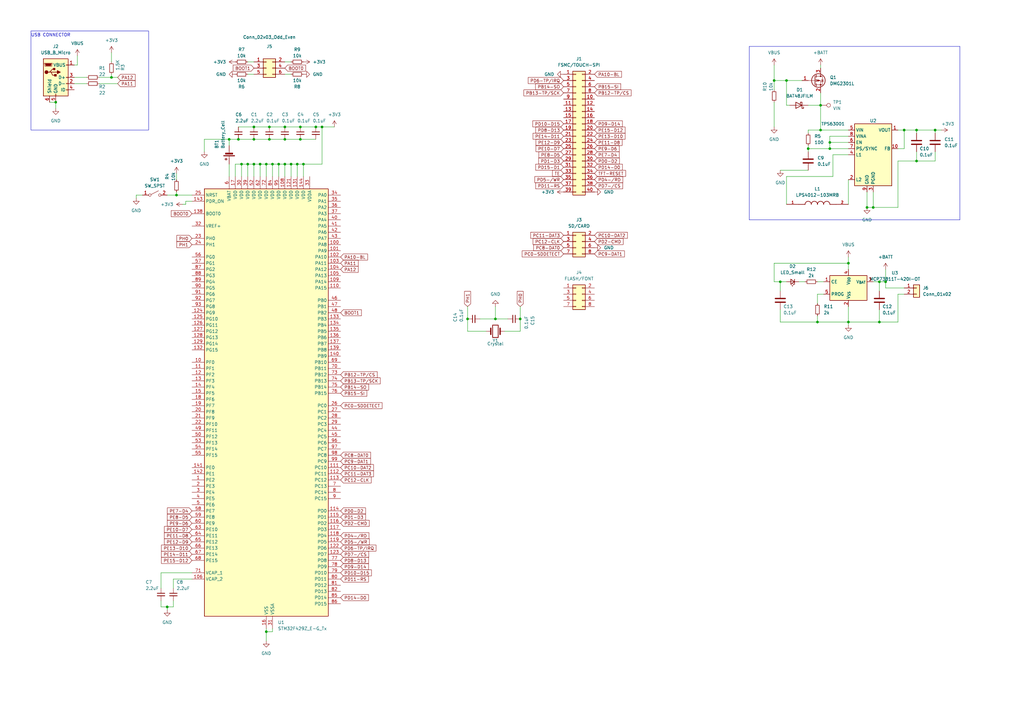
<source format=kicad_sch>
(kicad_sch (version 20230121) (generator eeschema)
  (paper "A3")
  (junction (at 121.92 67.31))
  (junction (at 360.68 132.08))
  (junction (at 347.98 107.95))
  (junction (at 104.14 52.07))
  (junction (at 317.5 33.02))
  (junction (at 45.72 31.75))
  (junction (at 101.6 67.31))
  (junction (at 363.22 115.57))
  (junction (at 110.49 52.07))
  (junction (at 336.55 53.34))
  (junction (at 116.84 52.07))
  (junction (at 320.04 115.57))
  (junction (at 340.36 60.96))
  (junction (at 355.6 85.09))
  (junction (at 110.49 57.15))
  (junction (at 109.22 67.31))
  (junction (at 104.14 67.31))
  (junction (at 123.19 57.15))
  (junction (at 213.36 130.81))
  (junction (at 331.47 60.96))
  (junction (at 119.38 67.31))
  (junction (at 336.55 43.18))
  (junction (at 106.68 67.31))
  (junction (at 322.58 33.02))
  (junction (at 68.58 248.92))
  (junction (at 375.92 66.04))
  (junction (at 93.98 57.15))
  (junction (at 191.77 130.81))
  (junction (at 358.14 85.09))
  (junction (at 132.08 52.07))
  (junction (at 203.2 130.81))
  (junction (at 347.98 132.08))
  (junction (at 383.54 53.34))
  (junction (at 335.28 132.08))
  (junction (at 129.54 52.07))
  (junction (at 97.79 57.15))
  (junction (at 124.46 67.31))
  (junction (at 370.84 53.34))
  (junction (at 123.19 52.07))
  (junction (at 375.92 53.34))
  (junction (at 340.36 58.42))
  (junction (at 111.76 67.31))
  (junction (at 109.22 259.08))
  (junction (at 72.39 80.01))
  (junction (at 22.86 41.91))
  (junction (at 116.84 67.31))
  (junction (at 114.3 67.31))
  (junction (at 360.68 115.57))
  (junction (at 104.14 57.15))
  (junction (at 116.84 57.15))
  (junction (at 99.06 67.31))
  (wire (pts (xy 375.92 66.04) (xy 368.3 66.04)))
  (wire (pts (xy 340.36 58.42) (xy 347.98 58.42)))
  (wire (pts (xy 116.84 52.07) (xy 123.19 52.07)))
  (wire (pts (xy 336.55 43.18) (xy 336.55 38.1)))
  (wire (pts (xy 109.22 67.31) (xy 109.22 72.39)))
  (wire (pts (xy 363.22 115.57) (xy 363.22 110.49)))
  (wire (pts (xy 370.84 53.34) (xy 375.92 53.34)))
  (wire (pts (xy 76.2 82.55) (xy 78.74 82.55)))
  (wire (pts (xy 383.54 66.04) (xy 375.92 66.04)))
  (wire (pts (xy 323.85 43.18) (xy 322.58 43.18)))
  (polyline (pts (xy 393.7 19.05) (xy 393.7 90.17)))
  (wire (pts (xy 68.58 248.92) (xy 68.58 250.19)))
  (wire (pts (xy 55.88 80.01) (xy 55.88 81.28)))
  (wire (pts (xy 111.76 67.31) (xy 114.3 67.31)))
  (wire (pts (xy 111.76 67.31) (xy 111.76 72.39)))
  (wire (pts (xy 320.04 132.08) (xy 335.28 132.08)))
  (wire (pts (xy 336.55 26.67) (xy 336.55 27.94)))
  (wire (pts (xy 347.98 73.66) (xy 347.98 83.82)))
  (wire (pts (xy 109.22 257.81) (xy 109.22 259.08)))
  (wire (pts (xy 45.72 21.59) (xy 45.72 25.4)))
  (wire (pts (xy 203.2 125.73) (xy 203.2 130.81)))
  (wire (pts (xy 340.36 55.88) (xy 347.98 55.88)))
  (wire (pts (xy 191.77 125.73) (xy 191.77 130.81)))
  (wire (pts (xy 347.98 105.41) (xy 347.98 107.95)))
  (wire (pts (xy 347.98 132.08) (xy 347.98 133.35)))
  (wire (pts (xy 55.88 80.01) (xy 58.42 80.01)))
  (wire (pts (xy 116.84 57.15) (xy 123.19 57.15)))
  (wire (pts (xy 93.98 57.15) (xy 83.82 57.15)))
  (wire (pts (xy 317.5 115.57) (xy 317.5 107.95)))
  (wire (pts (xy 124.46 67.31) (xy 124.46 72.39)))
  (polyline (pts (xy 307.34 90.17) (xy 393.7 90.17)))
  (wire (pts (xy 368.3 66.04) (xy 368.3 85.09)))
  (wire (pts (xy 101.6 67.31) (xy 104.14 67.31)))
  (wire (pts (xy 121.92 67.31) (xy 124.46 67.31)))
  (wire (pts (xy 114.3 67.31) (xy 114.3 72.39)))
  (wire (pts (xy 358.14 78.74) (xy 358.14 85.09)))
  (wire (pts (xy 66.04 246.38) (xy 66.04 248.92)))
  (wire (pts (xy 317.5 33.02) (xy 317.5 26.67)))
  (wire (pts (xy 123.19 57.15) (xy 129.54 57.15)))
  (wire (pts (xy 213.36 135.89) (xy 213.36 130.81)))
  (wire (pts (xy 322.58 33.02) (xy 317.5 33.02)))
  (wire (pts (xy 119.38 67.31) (xy 119.38 72.39)))
  (wire (pts (xy 336.55 43.18) (xy 336.55 53.34)))
  (wire (pts (xy 368.3 85.09) (xy 358.14 85.09)))
  (wire (pts (xy 101.6 25.4) (xy 104.14 25.4)))
  (wire (pts (xy 31.75 22.86) (xy 31.75 26.67)))
  (wire (pts (xy 116.84 67.31) (xy 116.84 72.39)))
  (wire (pts (xy 104.14 67.31) (xy 104.14 72.39)))
  (wire (pts (xy 331.47 53.34) (xy 331.47 54.61)))
  (wire (pts (xy 322.58 43.18) (xy 322.58 33.02)))
  (wire (pts (xy 106.68 67.31) (xy 106.68 72.39)))
  (wire (pts (xy 358.14 85.09) (xy 355.6 85.09)))
  (wire (pts (xy 196.85 130.81) (xy 203.2 130.81)))
  (wire (pts (xy 320.04 115.57) (xy 320.04 119.38)))
  (wire (pts (xy 375.92 62.23) (xy 375.92 66.04)))
  (wire (pts (xy 101.6 67.31) (xy 101.6 72.39)))
  (wire (pts (xy 331.47 60.96) (xy 340.36 60.96)))
  (wire (pts (xy 93.98 67.31) (xy 93.98 72.39)))
  (wire (pts (xy 360.68 132.08) (xy 360.68 127)))
  (wire (pts (xy 30.48 34.29) (xy 35.56 34.29)))
  (wire (pts (xy 99.06 67.31) (xy 101.6 67.31)))
  (wire (pts (xy 331.47 53.34) (xy 336.55 53.34)))
  (wire (pts (xy 317.5 33.02) (xy 317.5 36.83)))
  (wire (pts (xy 360.68 119.38) (xy 360.68 115.57)))
  (wire (pts (xy 22.86 44.45) (xy 22.86 41.91)))
  (wire (pts (xy 370.84 118.11) (xy 363.22 118.11)))
  (wire (pts (xy 121.92 67.31) (xy 121.92 72.39)))
  (wire (pts (xy 331.47 59.69) (xy 331.47 60.96)))
  (wire (pts (xy 370.84 53.34) (xy 368.3 53.34)))
  (wire (pts (xy 363.22 118.11) (xy 363.22 115.57)))
  (wire (pts (xy 335.28 132.08) (xy 347.98 132.08)))
  (wire (pts (xy 106.68 67.31) (xy 109.22 67.31)))
  (wire (pts (xy 331.47 43.18) (xy 336.55 43.18)))
  (wire (pts (xy 72.39 80.01) (xy 72.39 78.74)))
  (wire (pts (xy 347.98 125.73) (xy 347.98 132.08)))
  (wire (pts (xy 109.22 259.08) (xy 111.76 259.08)))
  (wire (pts (xy 322.58 72.39) (xy 341.63 72.39)))
  (wire (pts (xy 368.3 132.08) (xy 360.68 132.08)))
  (wire (pts (xy 101.6 30.48) (xy 104.14 30.48)))
  (wire (pts (xy 110.49 57.15) (xy 116.84 57.15)))
  (wire (pts (xy 45.72 31.75) (xy 48.26 31.75)))
  (wire (pts (xy 96.52 72.39) (xy 96.52 67.31)))
  (wire (pts (xy 320.04 69.85) (xy 331.47 69.85)))
  (wire (pts (xy 335.28 120.65) (xy 337.82 120.65)))
  (wire (pts (xy 20.32 41.91) (xy 22.86 41.91)))
  (wire (pts (xy 199.39 135.89) (xy 191.77 135.89)))
  (wire (pts (xy 335.28 129.54) (xy 335.28 132.08)))
  (wire (pts (xy 40.64 31.75) (xy 45.72 31.75)))
  (wire (pts (xy 66.04 234.95) (xy 66.04 241.3)))
  (wire (pts (xy 132.08 52.07) (xy 137.16 52.07)))
  (wire (pts (xy 93.98 57.15) (xy 97.79 57.15)))
  (wire (pts (xy 119.38 67.31) (xy 121.92 67.31)))
  (wire (pts (xy 45.72 31.75) (xy 45.72 30.48)))
  (wire (pts (xy 97.79 57.15) (xy 104.14 57.15)))
  (wire (pts (xy 368.3 120.65) (xy 368.3 132.08)))
  (wire (pts (xy 109.22 67.31) (xy 111.76 67.31)))
  (wire (pts (xy 110.49 52.07) (xy 116.84 52.07)))
  (wire (pts (xy 123.19 52.07) (xy 129.54 52.07)))
  (wire (pts (xy 97.79 52.07) (xy 104.14 52.07)))
  (wire (pts (xy 93.98 59.69) (xy 93.98 57.15)))
  (wire (pts (xy 132.08 67.31) (xy 124.46 67.31)))
  (wire (pts (xy 335.28 115.57) (xy 337.82 115.57)))
  (wire (pts (xy 109.22 259.08) (xy 109.22 262.89)))
  (wire (pts (xy 78.74 234.95) (xy 66.04 234.95)))
  (wire (pts (xy 370.84 60.96) (xy 370.84 53.34)))
  (wire (pts (xy 360.68 115.57) (xy 363.22 115.57)))
  (wire (pts (xy 78.74 237.49) (xy 71.12 237.49)))
  (wire (pts (xy 370.84 120.65) (xy 368.3 120.65)))
  (wire (pts (xy 320.04 127) (xy 320.04 132.08)))
  (wire (pts (xy 347.98 132.08) (xy 360.68 132.08)))
  (wire (pts (xy 317.5 41.91) (xy 317.5 52.07)))
  (wire (pts (xy 116.84 30.48) (xy 119.38 30.48)))
  (wire (pts (xy 347.98 107.95) (xy 347.98 110.49)))
  (wire (pts (xy 68.58 248.92) (xy 71.12 248.92)))
  (wire (pts (xy 116.84 25.4) (xy 119.38 25.4)))
  (wire (pts (xy 96.52 67.31) (xy 99.06 67.31)))
  (wire (pts (xy 30.48 31.75) (xy 35.56 31.75)))
  (wire (pts (xy 104.14 52.07) (xy 110.49 52.07)))
  (wire (pts (xy 383.54 53.34) (xy 383.54 54.61)))
  (polyline (pts (xy 307.34 19.05) (xy 393.7 19.05)))
  (wire (pts (xy 340.36 60.96) (xy 340.36 58.42)))
  (wire (pts (xy 132.08 52.07) (xy 132.08 67.31)))
  (wire (pts (xy 375.92 53.34) (xy 383.54 53.34)))
  (wire (pts (xy 317.5 107.95) (xy 347.98 107.95)))
  (wire (pts (xy 68.58 80.01) (xy 72.39 80.01)))
  (wire (pts (xy 383.54 53.34) (xy 386.08 53.34)))
  (wire (pts (xy 322.58 115.57) (xy 320.04 115.57)))
  (wire (pts (xy 104.14 57.15) (xy 110.49 57.15)))
  (wire (pts (xy 72.39 80.01) (xy 78.74 80.01)))
  (wire (pts (xy 71.12 237.49) (xy 71.12 241.3)))
  (wire (pts (xy 74.93 83.82) (xy 76.2 83.82)))
  (wire (pts (xy 72.39 71.12) (xy 72.39 73.66)))
  (wire (pts (xy 40.64 34.29) (xy 48.26 34.29)))
  (wire (pts (xy 66.04 248.92) (xy 68.58 248.92)))
  (wire (pts (xy 114.3 67.31) (xy 116.84 67.31)))
  (wire (pts (xy 111.76 259.08) (xy 111.76 257.81)))
  (wire (pts (xy 368.3 60.96) (xy 370.84 60.96)))
  (wire (pts (xy 104.14 67.31) (xy 106.68 67.31)))
  (wire (pts (xy 203.2 130.81) (xy 208.28 130.81)))
  (wire (pts (xy 328.93 33.02) (xy 322.58 33.02)))
  (wire (pts (xy 76.2 83.82) (xy 76.2 82.55)))
  (wire (pts (xy 207.01 135.89) (xy 213.36 135.89)))
  (wire (pts (xy 30.48 26.67) (xy 31.75 26.67)))
  (wire (pts (xy 340.36 60.96) (xy 347.98 60.96)))
  (wire (pts (xy 375.92 53.34) (xy 375.92 54.61)))
  (wire (pts (xy 383.54 62.23) (xy 383.54 66.04)))
  (wire (pts (xy 191.77 135.89) (xy 191.77 130.81)))
  (wire (pts (xy 99.06 67.31) (xy 99.06 72.39)))
  (wire (pts (xy 335.28 124.46) (xy 335.28 120.65)))
  (wire (pts (xy 320.04 115.57) (xy 317.5 115.57)))
  (wire (pts (xy 336.55 53.34) (xy 347.98 53.34)))
  (wire (pts (xy 341.63 72.39) (xy 341.63 63.5)))
  (wire (pts (xy 83.82 57.15) (xy 83.82 62.23)))
  (wire (pts (xy 322.58 83.82) (xy 322.58 72.39)))
  (wire (pts (xy 358.14 115.57) (xy 360.68 115.57)))
  (wire (pts (xy 331.47 60.96) (xy 331.47 62.23)))
  (wire (pts (xy 341.63 63.5) (xy 347.98 63.5)))
  (wire (pts (xy 327.66 115.57) (xy 330.2 115.57)))
  (wire (pts (xy 129.54 52.07) (xy 132.08 52.07)))
  (wire (pts (xy 116.84 67.31) (xy 119.38 67.31)))
  (wire (pts (xy 355.6 78.74) (xy 355.6 85.09)))
  (wire (pts (xy 71.12 248.92) (xy 71.12 246.38)))
  (polyline (pts (xy 307.34 90.17) (xy 307.34 19.05)))
  (wire (pts (xy 213.36 125.73) (xy 213.36 130.81)))
  (wire (pts (xy 340.36 58.42) (xy 340.36 55.88)))
  (rectangle (start 12.7 12.7) (end 60.96 53.34))
  (text "USB CONNECTOR" (at 12.7 15.24 0) (effects (font (size 1.27 1.27)) (justify left bottom)))
  (global_label "PD2-CMD" (shape input) (at 139.7 214.63 0) (property "Intersheetrefs" "${INTERSHEET_REFS}" (effects hide)))
  (global_label "PD4-{slash}RD" (shape input) (at 243.84 73.66 0) (property "Intersheetrefs" "${INTERSHEET_REFS}" (effects hide)))
  (global_label "PC10-DAT2" (shape input) (at 139.7 191.77 0) (property "Intersheetrefs" "${INTERSHEET_REFS}" (effects hide)))
  (global_label "PA11" (shape input) (at 139.7 107.95 0) (property "Intersheetrefs" "${INTERSHEET_REFS}" (effects hide)))
  (global_label "BOOT1" (shape input) (at 104.14 27.94 180) (property "Intersheetrefs" "${INTERSHEET_REFS}" (effects hide)))
  (global_label "PD1-D3" (shape input) (at 231.14 66.04 180) (property "Intersheetrefs" "${INTERSHEET_REFS}" (effects hide)))
  (global_label "PD8-D13" (shape input) (at 139.7 229.87 0) (property "Intersheetrefs" "${INTERSHEET_REFS}" (effects hide)))
  (global_label "PB13-TP{slash}SCK" (shape input) (at 139.7 156.21 0) (property "Intersheetrefs" "${INTERSHEET_REFS}" (effects hide)))
  (global_label "PD7-{slash}CS" (shape input) (at 243.84 76.2 0) (property "Intersheetrefs" "${INTERSHEET_REFS}" (effects hide)))
  (global_label "PC10-DAT2" (shape input) (at 243.84 96.52 0) (property "Intersheetrefs" "${INTERSHEET_REFS}" (effects hide)))
  (global_label "PC12-CLK" (shape input) (at 231.14 99.06 180) (property "Intersheetrefs" "${INTERSHEET_REFS}" (effects hide)))
  (global_label "PD5-{slash}WR" (shape input) (at 231.14 73.66 180) (property "Intersheetrefs" "${INTERSHEET_REFS}" (effects hide)))
  (global_label "PE7-D4" (shape input) (at 78.74 209.55 180) (property "Intersheetrefs" "${INTERSHEET_REFS}" (effects hide)))
  (global_label "PA11" (shape input) (at 48.26 34.29 0) (property "Intersheetrefs" "${INTERSHEET_REFS}" (effects hide)))
  (global_label "PE11-D8" (shape input) (at 78.74 219.71 180) (property "Intersheetrefs" "${INTERSHEET_REFS}" (effects hide)))
  (global_label "PC0-SDDETECT" (shape input) (at 231.14 104.14 180) (property "Intersheetrefs" "${INTERSHEET_REFS}" (effects hide)))
  (global_label "PC9-DAT1" (shape input) (at 243.84 104.14 0) (property "Intersheetrefs" "${INTERSHEET_REFS}" (effects hide)))
  (global_label "PA10-BL" (shape input) (at 243.84 30.48 0) (property "Intersheetrefs" "${INTERSHEET_REFS}" (effects hide)))
  (global_label "PA10-BL" (shape input) (at 139.7 105.41 0) (property "Intersheetrefs" "${INTERSHEET_REFS}" (effects hide)))
  (global_label "PE10-D7" (shape input) (at 78.74 217.17 180) (property "Intersheetrefs" "${INTERSHEET_REFS}" (effects hide)))
  (global_label "PE11-D8" (shape input) (at 243.84 58.42 0) (property "Intersheetrefs" "${INTERSHEET_REFS}" (effects hide)))
  (global_label "PD10-D15" (shape input) (at 231.14 50.8 180) (property "Intersheetrefs" "${INTERSHEET_REFS}" (effects hide)))
  (global_label "PB14-SO" (shape input) (at 139.7 158.75 0) (property "Intersheetrefs" "${INTERSHEET_REFS}" (effects hide)))
  (global_label "BOOT1" (shape input) (at 139.7 128.27 0) (property "Intersheetrefs" "${INTERSHEET_REFS}" (effects hide)))
  (global_label "PD9-D14" (shape input) (at 139.7 232.41 0) (property "Intersheetrefs" "${INTERSHEET_REFS}" (effects hide)))
  (global_label "PE8-D5" (shape input) (at 231.14 63.5 180) (property "Intersheetrefs" "${INTERSHEET_REFS}" (effects hide)))
  (global_label "PD0-D2" (shape input) (at 243.84 66.04 0) (property "Intersheetrefs" "${INTERSHEET_REFS}" (effects hide)))
  (global_label "PH0" (shape input) (at 78.74 97.79 180) (property "Intersheetrefs" "${INTERSHEET_REFS}" (effects hide)))
  (global_label "TFT-RESET" (shape input) (at 243.84 71.12 0) (property "Intersheetrefs" "${INTERSHEET_REFS}" (effects hide)))
  (global_label "PC0-SDDETECT" (shape input) (at 139.7 166.37 0) (property "Intersheetrefs" "${INTERSHEET_REFS}" (effects hide)))
  (global_label "PC11-DAT3" (shape input) (at 139.7 194.31 0) (property "Intersheetrefs" "${INTERSHEET_REFS}" (effects hide)))
  (global_label "PE14-D11" (shape input) (at 231.14 55.88 180) (property "Intersheetrefs" "${INTERSHEET_REFS}" (effects hide)))
  (global_label "PD8-D13" (shape input) (at 231.14 53.34 180) (property "Intersheetrefs" "${INTERSHEET_REFS}" (effects hide)))
  (global_label "PH0" (shape input) (at 213.36 125.73 90) (property "Intersheetrefs" "${INTERSHEET_REFS}" (effects hide)))
  (global_label "PD11-RS" (shape input) (at 231.14 76.2 180) (property "Intersheetrefs" "${INTERSHEET_REFS}" (effects hide)))
  (global_label "PH1" (shape input) (at 78.74 100.33 180) (property "Intersheetrefs" "${INTERSHEET_REFS}" (effects hide)))
  (global_label "PD4-{slash}RD" (shape input) (at 139.7 219.71 0) (property "Intersheetrefs" "${INTERSHEET_REFS}" (effects hide)))
  (global_label "PE9-D6" (shape input) (at 243.84 60.96 0) (property "Intersheetrefs" "${INTERSHEET_REFS}" (effects hide)))
  (global_label "PD15-D1" (shape input) (at 231.14 68.58 180) (property "Intersheetrefs" "${INTERSHEET_REFS}" (effects hide)))
  (global_label "PE8-D5" (shape input) (at 78.74 212.09 180) (property "Intersheetrefs" "${INTERSHEET_REFS}" (effects hide)))
  (global_label "PD6-TP{slash}IRQ" (shape input) (at 231.14 33.02 180) (property "Intersheetrefs" "${INTERSHEET_REFS}" (effects hide)))
  (global_label "BOOT0" (shape input) (at 78.74 87.63 180) (property "Intersheetrefs" "${INTERSHEET_REFS}" (effects hide)))
  (global_label "PH1" (shape input) (at 191.77 125.73 90) (property "Intersheetrefs" "${INTERSHEET_REFS}" (effects hide)))
  (global_label "PD9-D14" (shape input) (at 243.84 50.8 0) (property "Intersheetrefs" "${INTERSHEET_REFS}" (effects hide)))
  (global_label "PB14-SO" (shape input) (at 231.14 35.56 180) (property "Intersheetrefs" "${INTERSHEET_REFS}" (effects hide)))
  (global_label "PC11-DAT3" (shape input) (at 231.14 96.52 180) (property "Intersheetrefs" "${INTERSHEET_REFS}" (effects hide)))
  (global_label "PB15-SI" (shape input) (at 139.7 161.29 0) (property "Intersheetrefs" "${INTERSHEET_REFS}" (effects hide)))
  (global_label "BOOT0" (shape input) (at 116.84 27.94 0) (property "Intersheetrefs" "${INTERSHEET_REFS}" (effects hide)))
  (global_label "PD6-TP{slash}IRQ" (shape input) (at 139.7 224.79 0) (property "Intersheetrefs" "${INTERSHEET_REFS}" (effects hide)))
  (global_label "PE14-D11" (shape input) (at 78.74 227.33 180) (property "Intersheetrefs" "${INTERSHEET_REFS}" (effects hide)))
  (global_label "PA12" (shape input) (at 139.7 110.49 0) (property "Intersheetrefs" "${INTERSHEET_REFS}" (effects hide)))
  (global_label "PD14-D0" (shape input) (at 139.7 245.11 0) (property "Intersheetrefs" "${INTERSHEET_REFS}" (effects hide)))
  (global_label "PC8-DAT0" (shape input) (at 231.14 101.6 180) (property "Intersheetrefs" "${INTERSHEET_REFS}" (effects hide)))
  (global_label "PD10-D15" (shape input) (at 139.7 234.95 0) (property "Intersheetrefs" "${INTERSHEET_REFS}" (effects hide)))
  (global_label "PE9-D6" (shape input) (at 78.74 214.63 180) (property "Intersheetrefs" "${INTERSHEET_REFS}" (effects hide)))
  (global_label "PE12-D9" (shape input) (at 78.74 222.25 180) (property "Intersheetrefs" "${INTERSHEET_REFS}" (effects hide)))
  (global_label "PD14-D0" (shape input) (at 243.84 68.58 0) (property "Intersheetrefs" "${INTERSHEET_REFS}" (effects hide)))
  (global_label "PE13-D10" (shape input) (at 243.84 55.88 0) (property "Intersheetrefs" "${INTERSHEET_REFS}" (effects hide)))
  (global_label "TE" (shape input) (at 231.14 71.12 180) (property "Intersheetrefs" "${INTERSHEET_REFS}" (effects hide)))
  (global_label "PB15-SI" (shape input) (at 243.84 35.56 0) (property "Intersheetrefs" "${INTERSHEET_REFS}" (effects hide)))
  (global_label "PD0-D2" (shape input) (at 139.7 209.55 0) (property "Intersheetrefs" "${INTERSHEET_REFS}" (effects hide)))
  (global_label "PD2-CMD" (shape input) (at 243.84 99.06 0) (property "Intersheetrefs" "${INTERSHEET_REFS}" (effects hide)))
  (global_label "PC12-CLK" (shape input) (at 139.7 196.85 0) (property "Intersheetrefs" "${INTERSHEET_REFS}" (effects hide)))
  (global_label "PD1-D3" (shape input) (at 139.7 212.09 0) (property "Intersheetrefs" "${INTERSHEET_REFS}" (effects hide)))
  (global_label "PE15-D12" (shape input) (at 243.84 53.34 0) (property "Intersheetrefs" "${INTERSHEET_REFS}" (effects hide)))
  (global_label "PE12-D9" (shape input) (at 231.14 58.42 180) (property "Intersheetrefs" "${INTERSHEET_REFS}" (effects hide)))
  (global_label "PA12" (shape input) (at 48.26 31.75 0) (property "Intersheetrefs" "${INTERSHEET_REFS}" (effects hide)))
  (global_label "PD5-{slash}WR" (shape input) (at 139.7 222.25 0) (property "Intersheetrefs" "${INTERSHEET_REFS}" (effects hide)))
  (global_label "PC8-DAT0" (shape input) (at 139.7 186.69 0) (property "Intersheetrefs" "${INTERSHEET_REFS}" (effects hide)))
  (global_label "PE7-D4" (shape input) (at 243.84 63.5 0) (property "Intersheetrefs" "${INTERSHEET_REFS}" (effects hide)))
  (global_label "PC9-DAT1" (shape input) (at 139.7 189.23 0) (property "Intersheetrefs" "${INTERSHEET_REFS}" (effects hide)))
  (global_label "PD11-RS" (shape input) (at 139.7 237.49 0) (property "Intersheetrefs" "${INTERSHEET_REFS}" (effects hide)))
  (global_label "PE15-D12" (shape input) (at 78.74 229.87 180) (property "Intersheetrefs" "${INTERSHEET_REFS}" (effects hide)))
  (global_label "PB12-TP{slash}CS" (shape input) (at 139.7 153.67 0) (property "Intersheetrefs" "${INTERSHEET_REFS}" (effects hide)))
  (global_label "PE13-D10" (shape input) (at 78.74 224.79 180) (property "Intersheetrefs" "${INTERSHEET_REFS}" (effects hide)))
  (global_label "PB12-TP{slash}CS" (shape input) (at 243.84 38.1 0) (property "Intersheetrefs" "${INTERSHEET_REFS}" (effects hide)))
  (global_label "PE10-D7" (shape input) (at 231.14 60.96 180) (property "Intersheetrefs" "${INTERSHEET_REFS}" (effects hide)))
  (global_label "PD7-{slash}CS" (shape input) (at 139.7 227.33 0) (property "Intersheetrefs" "${INTERSHEET_REFS}" (effects hide)))
  (global_label "PB13-TP{slash}SCK" (shape input) (at 231.14 38.1 180) (property "Intersheetrefs" "${INTERSHEET_REFS}" (effects hide)))
  (symbol (lib_id "Device:C_Small") (at 210.82 130.81 270) (unit 1)
    (property "Reference" "C15" (at 218.44 129.54 0) (effects (justify left)))
    (property "Value" "0.1uF" (at 215.9 129.54 0) (effects (justify left)))
    (property "Footprint" "Capacitor_SMD:C_0603_1608Metric" (effects hide))
  )
  (symbol (lib_id "Device:Crystal") (at 203.2 135.89 0) (unit 1)
    (property "Reference" "Y1" (at 203.2 139.7 0))
    (property "Value" "Crystal" (at 203.2 140.97 0))
    (property "Footprint" "Crystal:Crystal_SMD_HC49-SD" (effects hide))
  )
  (symbol (lib_id "power:GND") (at 317.5 52.07 0) (unit 1)
    (property "Reference" "#PWR024" (effects hide))
    (property "Value" "GND" (at 317.5 57.15 0))
  )
  (symbol (lib_id "Device:C") (at 331.47 66.04 0) (unit 1)
    (property "Reference" "C9" (at 335.28 64.7699 0) (effects (justify left)))
    (property "Value" "0.1uF" (at 335.28 67.3099 0) (effects (justify left)))
    (property "Footprint" "Capacitor_SMD:C_0603_1608Metric" (effects hide))
  )
  (symbol (lib_id "power:GND") (at 22.86 44.45 0) (unit 1)
    (property "Reference" "#PWR06" (effects hide))
    (property "Value" "GND" (at 22.86 49.53 0))
  )
  (symbol (lib_id "Device:C") (at 360.68 123.19 0) (unit 1)
    (property "Reference" "C12" (at 361.95 125.73 0) (effects (justify left)))
    (property "Value" "0.1uF" (at 361.95 128.27 0) (effects (justify left)))
    (property "Footprint" "Capacitor_SMD:C_0603_1608Metric" (effects hide))
  )
  (symbol (lib_id "Device:R_Small") (at 335.28 127 0) (unit 1)
    (property "Reference" "R11" (at 337.82 125.7299 0) (effects (justify left)))
    (property "Value" "2k" (at 337.82 128.2699 0) (effects (justify left)))
    (property "Footprint" "Resistor_SMD:R_0603_1608Metric" (effects hide))
  )
  (symbol (lib_id "power:VBUS") (at 317.5 26.67 0) (unit 1)
    (property "Reference" "#PWR021" (effects hide))
    (property "Value" "VBUS" (at 317.5 21.59 0))
  )
  (symbol (lib_id "power:+BATT") (at 336.55 26.67 0) (unit 1)
    (property "Reference" "#PWR020" (effects hide))
    (property "Value" "+BATT" (at 336.55 21.59 0))
  )
  (symbol (lib_id "power:GND") (at 243.84 101.6 90) (unit 1)
    (property "Reference" "#PWR011" (effects hide))
    (property "Value" "GND" (at 247.65 101.6 90) (effects (justify right)))
  )
  (symbol (lib_id "Device:C_Small") (at 129.54 54.61 0) (unit 1)
    (property "Reference" "C5" (at 128.27 46.99 0) (effects (justify left)))
    (property "Value" "0.1uF" (at 128.27 49.53 0) (effects (justify left)))
    (property "Footprint" "Capacitor_SMD:C_0603_1608Metric" (effects hide))
  )
  (symbol (lib_id "Device:C") (at 383.54 58.42 0) (unit 1)
    (property "Reference" "C11" (at 387.35 57.1499 0) (effects (justify left)))
    (property "Value" "0.1uF" (at 387.35 59.6899 0) (effects (justify left)))
    (property "Footprint" "Capacitor_SMD:C_0603_1608Metric" (effects hide))
  )
  (symbol (lib_id "Device:C_Small") (at 104.14 54.61 0) (unit 1)
    (property "Reference" "C1" (at 102.87 46.99 0) (effects (justify left)))
    (property "Value" "2.2uF" (at 102.87 49.53 0) (effects (justify left)))
    (property "Footprint" "Capacitor_SMD:C_0603_1608Metric" (effects hide))
  )
  (symbol (lib_id "Device:R_Small") (at 121.92 30.48 270) (unit 1)
    (property "Reference" "R8" (at 121.92 35.56 90))
    (property "Value" "10k" (at 121.92 33.02 90))
    (property "Footprint" "Resistor_SMD:R_0603_1608Metric" (effects hide))
  )
  (symbol (lib_id "Connector_Generic:Conn_02x04_Odd_Even") (at 236.22 120.65 0) (unit 1)
    (property "Reference" "J4" (at 237.49 111.76 0))
    (property "Value" "FLASH/FONT" (at 237.49 114.3 0))
    (property "Footprint" "Connector_PinHeader_2.54mm:PinHeader_2x04_P2.54mm_Vertical" (effects hide))
  )
  (symbol (lib_id "power:GND") (at 355.6 85.09 0) (unit 1)
    (property "Reference" "#PWR023" (effects hide))
    (property "Value" "GND" (at 355.6 90.17 0))
  )
  (symbol (lib_id "power:GND") (at 109.22 262.89 0) (unit 1)
    (property "Reference" "#PWR02" (effects hide))
    (property "Value" "GND" (at 109.22 267.97 0))
  )
  (symbol (lib_id "Connector_Generic:Conn_02x04_Odd_Even") (at 236.22 99.06 0) (unit 1)
    (property "Reference" "J3" (at 237.49 90.17 0))
    (property "Value" "SD/CARD" (at 237.49 92.71 0))
    (property "Footprint" "Connector_PinHeader_2.54mm:PinHeader_2x04_P2.54mm_Vertical" (effects hide))
  )
  (symbol (lib_id "power:+3V3") (at 386.08 53.34 270) (unit 1)
    (property "Reference" "#PWR015" (effects hide))
    (property "Value" "+3V3" (at 386.08 50.8 90) (effects (justify left)))
  )
  (symbol (lib_id "Device:R_Small") (at 38.1 31.75 90) (unit 1)
    (property "Reference" "R1" (at 41.91 27.94 90))
    (property "Value" "22" (at 41.91 30.48 90))
    (property "Footprint" "Resistor_SMD:R_0603_1608Metric" (effects hide))
  )
  (symbol (lib_id "power:+BATT") (at 363.22 110.49 0) (unit 1)
    (property "Reference" "#PWR025" (effects hide))
    (property "Value" "+BATT" (at 363.22 105.41 0))
  )
  (symbol (lib_id "Device:R_Small") (at 45.72 27.94 180) (unit 1)
    (property "Reference" "R3" (at 50.3404 27.6502 90))
    (property "Value" "1.5K" (at 48.26 26.67 90))
    (property "Footprint" "Resistor_SMD:R_0603_1608Metric" (effects hide))
  )
  (symbol (lib_id "power:+3V3") (at 137.16 52.07 0) (unit 1)
    (property "Reference" "#PWR01" (effects hide))
    (property "Value" "+3V3" (at 137.16 46.99 0))
  )
  (symbol (lib_id "Device:C") (at 320.04 123.19 0) (unit 1)
    (property "Reference" "C13" (at 321.31 125.73 0) (effects (justify left)))
    (property "Value" "0.1uF" (at 321.31 128.27 0) (effects (justify left)))
    (property "Footprint" "Capacitor_SMD:C_0603_1608Metric" (effects hide))
  )
  (symbol (lib_id "Device:C_Small") (at 116.84 54.61 0) (unit 1)
    (property "Reference" "C3" (at 115.57 46.99 0) (effects (justify left)))
    (property "Value" "0.1uF" (at 115.57 49.53 0) (effects (justify left)))
    (property "Footprint" "Capacitor_SMD:C_0603_1608Metric" (effects hide))
  )
  (symbol (lib_id "power:GND") (at 203.2 125.73 180) (unit 1)
    (property "Reference" "#PWR028" (effects hide))
    (property "Value" "GND" (at 203.2 120.65 0))
  )
  (symbol (lib_id "Device:R_Small") (at 121.92 25.4 90) (unit 1)
    (property "Reference" "R9" (at 121.92 20.32 90))
    (property "Value" "10k" (at 121.92 22.86 90))
    (property "Footprint" "Resistor_SMD:R_0603_1608Metric" (effects hide))
  )
  (symbol (lib_id "Connector_Generic:Conn_01x02") (at 375.92 118.11 0) (unit 1)
    (property "Reference" "J6" (at 378.46 118.11 0) (effects (justify left)))
    (property "Value" "Conn_01x02" (at 378.46 120.65 0) (effects (justify left)))
    (property "Footprint" "Connector_PinSocket_2.54mm:PinSocket_1x02_P2.54mm_Vertical" (effects hide))
  )
  (symbol (lib_id "power:+3V3") (at 72.39 71.12 0) (unit 1)
    (property "Reference" "#PWR012" (effects hide))
    (property "Value" "+3V3" (at 72.39 66.04 0))
  )
  (symbol (lib_id "power:GND") (at 347.98 133.35 0) (unit 1)
    (property "Reference" "#PWR026" (effects hide))
    (property "Value" "GND" (at 347.98 138.43 0))
  )
  (symbol (lib_id "Device:R_Small") (at 38.1 34.29 90) (unit 1)
    (property "Reference" "R2" (at 41.91 35.56 90))
    (property "Value" "22" (at 41.91 38.1 90))
    (property "Footprint" "Resistor_SMD:R_0603_1608Metric" (effects hide))
  )
  (symbol (lib_id "Transistor_FET:DMG2301L") (at 334.01 33.02 0) (unit 1)
    (property "Reference" "Q1" (at 340.36 31.75 0) (effects (justify left)))
    (property "Value" "DMG2301L" (at 340.36 34.29 0) (effects (justify left)))
    (property "Footprint" "Package_TO_SOT_SMD:SOT-23" (effects hide))
    (property "Datasheet" "https://www.diodes.com/assets/Datasheets/DMG2301L.pdf" (effects hide))
  )
  (symbol (lib_id "Device:R_Small") (at 317.5 39.37 180) (unit 1)
    (property "Reference" "R10" (at 313.69 35.56 90))
    (property "Value" "10k" (at 316.23 35.56 90))
    (property "Footprint" "Resistor_SMD:R_0603_1608Metric" (effects hide))
  )
  (symbol (lib_id "Switch:SW_SPST") (at 63.5 80.01 0) (unit 1)
    (property "Reference" "SW1" (at 63.5 73.66 0))
    (property "Value" "SW_SPST" (at 63.5 76.2 0))
    (property "Footprint" "Button_Switch_SMD:SW_SPST_CK_RS282G05A3" (effects hide))
  )
  (symbol (lib_id "power:GND") (at 243.84 78.74 90) (unit 1)
    (property "Reference" "#PWR08" (effects hide))
    (property "Value" "GND" (at 247.65 78.74 90) (effects (justify right)))
  )
  (symbol (lib_id "power:GND") (at 55.88 81.28 0) (unit 1)
    (property "Reference" "#PWR013" (effects hide))
    (property "Value" "GND" (at 55.88 86.36 0))
  )
  (symbol (lib_id "Device:R_Small") (at 99.06 30.48 270) (unit 1)
    (property "Reference" "R6" (at 99.06 35.56 90))
    (property "Value" "10k" (at 99.06 33.02 90))
    (property "Footprint" "Resistor_SMD:R_0603_1608Metric" (effects hide))
  )
  (symbol (lib_id "power:GND") (at 68.58 250.19 0) (unit 1)
    (property "Reference" "#PWR010" (effects hide))
    (property "Value" "GND" (at 68.58 255.27 0))
  )
  (symbol (lib_id "Connector:USB_B_Micro") (at 22.86 31.75 0) (unit 1)
    (property "Reference" "J2" (at 22.86 19.05 0))
    (property "Value" "USB_B_Micro" (at 22.86 21.59 0))
    (property "Footprint" "Connector_USB:USB_Micro-B_Molex-105017-0001" (effects hide))
  )
  (symbol (lib_id "Device:C_Small") (at 71.12 243.84 0) (unit 1)
    (property "Reference" "C8" (at 72.39 238.76 0) (effects (justify left)))
    (property "Value" "2.2uF" (at 72.39 241.3 0) (effects (justify left)))
    (property "Footprint" "Capacitor_SMD:C_0603_1608Metric" (effects hide))
  )
  (symbol (lib_id "Connector:TestPoint") (at 336.55 43.18 270) (unit 1)
    (property "Reference" "TP1" (at 341.63 41.91 90) (effects (justify left)))
    (property "Value" "VIN" (at 341.63 44.45 90) (effects (justify left)))
    (property "Footprint" "Connector_Wire:SolderWirePad_1x01_SMD_1x2mm" (effects hide))
  )
  (symbol (lib_id "Device:C_Small") (at 97.79 54.61 0) (unit 1)
    (property "Reference" "C6" (at 96.52 46.99 0) (effects (justify left)))
    (property "Value" "2.2uF" (at 96.52 49.53 0) (effects (justify left)))
    (property "Footprint" "Capacitor_SMD:C_0603_1608Metric" (effects hide))
  )
  (symbol (lib_id "LPS4012:LPS4012-103MRB") (at 335.28 83.82 0) (unit 1)
    (property "Reference" "L1" (at 335.28 77.47 0))
    (property "Value" "LPS4012-103MRB" (at 335.28 80.01 0))
    (property "Footprint" "Inductor_SMD:L_Sunlord_SWPA4012S" (effects hide))
    (property "STANDARD" "Manufacturer Recommendations" (effects hide))
    (property "PARTREV" "08/01/13" (effects hide))
    (property "MANUFACTURER" "Coil Craft" (effects hide))
    (property "MAXIMUM_PACKAGE_HEIGHT" "1.2mm" (effects hide))
  )
  (symbol (lib_id "Device:C") (at 375.92 58.42 0) (unit 1)
    (property "Reference" "C10" (at 377.19 60.96 0) (effects (justify left)))
    (property "Value" "0.1uF" (at 377.19 63.5 0) (effects (justify left)))
    (property "Footprint" "Capacitor_SMD:C_0603_1608Metric" (effects hide))
  )
  (symbol (lib_id "Diode:BAT48JFILM") (at 327.66 43.18 180) (unit 1)
    (property "Reference" "D1" (at 327.9775 36.83 0))
    (property "Value" "BAT48JFILM" (at 327.9775 39.37 0))
    (property "Footprint" "Diode_SMD:D_SOD-323" (effects hide))
    (property "Datasheet" "www.st.com/resource/en/datasheet/bat48.pdf" (effects hide))
  )
  (symbol (lib_id "Device:R_Small") (at 99.06 25.4 90) (unit 1)
    (property "Reference" "R7" (at 99.06 20.32 90))
    (property "Value" "10k" (at 99.06 22.86 90))
    (property "Footprint" "Resistor_SMD:R_0603_1608Metric" (effects hide))
  )
  (symbol (lib_id "Connector_Generic:Conn_02x03_Odd_Even") (at 109.22 27.94 0) (unit 1)
    (property "Reference" "J5" (at 110.49 19.05 0))
    (property "Value" "Conn_02x03_Odd_Even" (at 110.49 15.24 0))
    (property "Footprint" "Connector_PinHeader_2.54mm:PinHeader_2x03_P2.54mm_Vertical_SMD" (effects hide))
  )
  (symbol (lib_id "Device:C_Small") (at 123.19 54.61 0) (unit 1)
    (property "Reference" "C4" (at 121.92 46.99 0) (effects (justify left)))
    (property "Value" "0.1uF" (at 121.92 49.53 0) (effects (justify left)))
    (property "Footprint" "Capacitor_SMD:C_0603_1608Metric" (effects hide))
  )
  (symbol (lib_id "power:+3V3") (at 231.14 78.74 90) (unit 1)
    (property "Reference" "#PWR09" (effects hide))
    (property "Value" "+3V3" (at 227.33 78.74 90) (effects (justify left)))
  )
  (symbol (lib_id "Device:C_Small") (at 194.31 130.81 90) (unit 1)
    (property "Reference" "C14" (at 186.69 132.08 0) (effects (justify left)))
    (property "Value" "0.1uF" (at 189.23 132.08 0) (effects (justify left)))
    (property "Footprint" "Capacitor_SMD:C_0603_1608Metric" (effects hide))
  )
  (symbol (lib_id "power:VBUS") (at 347.98 105.41 0) (unit 1)
    (property "Reference" "#PWR027" (effects hide))
    (property "Value" "VBUS" (at 347.98 100.33 0))
  )
  (symbol (lib_id "Device:C_Small") (at 66.04 243.84 0) (unit 1)
    (property "Reference" "C7" (at 59.69 238.76 0) (effects (justify left)))
    (property "Value" "2.2uF" (at 59.69 241.3 0) (effects (justify left)))
    (property "Footprint" "Capacitor_SMD:C_0603_1608Metric" (effects hide))
  )
  (symbol (lib_id "Device:R_Small") (at 72.39 76.2 180) (unit 1)
    (property "Reference" "R4" (at 68.58 72.39 90))
    (property "Value" "10k" (at 71.12 72.39 90))
    (property "Footprint" "Resistor_SMD:R_0603_1608Metric" (effects hide))
  )
  (symbol (lib_id "power:GND") (at 320.04 69.85 0) (unit 1)
    (property "Reference" "#PWR04" (effects hide))
    (property "Value" "GND" (at 320.04 74.93 0))
  )
  (symbol (lib_id "power:GND") (at 83.82 62.23 0) (unit 1)
    (property "Reference" "#PWR03" (effects hide))
    (property "Value" "GND" (at 83.82 67.31 0))
  )
  (symbol (lib_id "Battery_Management:MCP73811T-420I-OT") (at 347.98 118.11 0) (unit 1)
    (property "Reference" "U3" (at 367.03 111.9221 0))
    (property "Value" "MCP73811T-420I-OT" (at 367.03 114.4621 0))
    (property "Footprint" "Package_TO_SOT_SMD:SOT-23-5" (effects hide))
    (property "Datasheet" "http://ww1.microchip.com/downloads/en/DeviceDoc/22036b.pdf" (effects hide))
  )
  (symbol (lib_id "Device:C_Small") (at 110.49 54.61 0) (unit 1)
    (property "Reference" "C2" (at 109.22 46.99 0) (effects (justify left)))
    (property "Value" "0.1uF" (at 109.22 49.53 0) (effects (justify left)))
    (property "Footprint" "Capacitor_SMD:C_0603_1608Metric" (effects hide))
  )
  (symbol (lib_id "power:GND") (at 96.52 30.48 270) (unit 1)
    (property "Reference" "#PWR018" (effects hide))
    (property "Value" "GND" (at 92.71 30.48 90) (effects (justify right)))
  )
  (symbol (lib_id "Device:R_Small") (at 331.47 57.15 0) (unit 1)
    (property "Reference" "R5" (at 334.01 55.8799 0) (effects (justify left)))
    (property "Value" "100" (at 334.01 58.4199 0) (effects (justify left)))
    (property "Footprint" "Resistor_SMD:R_0603_1608Metric" (effects hide))
  )
  (symbol (lib_id "MCU_ST_STM32F4:STM32F429Z_E-G_Tx") (at 109.22 166.37 0) (unit 1)
    (property "Reference" "U1" (at 113.9541 255.27 0) (effects (justify left)))
    (property "Value" "STM32F429Z_E-G_Tx" (at 113.9541 257.81 0) (effects (justify left)))
    (property "Footprint" "Package_QFP:LQFP-144_20x20mm_P0.5mm" (effects hide))
    (property "Datasheet" "https://www.st.com/resource/en/datasheet/stm32f429ze.pdf" (effects hide))
  )
  (symbol (lib_id "power:+3V3") (at 124.46 25.4 270) (unit 1)
    (property "Reference" "#PWR016" (effects hide))
    (property "Value" "+3V3" (at 128.27 25.4 90) (effects (justify left)))
  )
  (symbol (lib_id "power:+3V3") (at 96.52 25.4 90) (unit 1)
    (property "Reference" "#PWR017" (effects hide))
    (property "Value" "+3V3" (at 92.71 25.4 90) (effects (justify left)))
  )
  (symbol (lib_id "power:GND") (at 124.46 30.48 90) (unit 1)
    (property "Reference" "#PWR019" (effects hide))
    (property "Value" "GND" (at 128.27 30.48 90) (effects (justify right)))
  )
  (symbol (lib_id "Regulator_Switching:TPS63000") (at 358.14 63.5 0) (unit 1)
    (property "Reference" "U2" (at 358.14 49.53 0))
    (property "Value" "TPS63001" (at 341.63 50.8 0))
    (property "Footprint" "Package_SON:Texas_DRC0010J_ThermalVias" (effects hide))
    (property "Datasheet" "http://www.ti.com/lit/ds/symlink/tps63000.pdf" (effects hide))
  )
  (symbol (lib_id "Device:R_Small") (at 332.74 115.57 90) (unit 1)
    (property "Reference" "R12" (at 332.74 110.49 90))
    (property "Value" "2k" (at 332.74 113.03 90))
    (property "Footprint" "Resistor_SMD:R_0603_1608Metric" (effects hide))
  )
  (symbol (lib_id "power:VBUS") (at 31.75 22.86 0) (unit 1)
    (property "Reference" "#PWR022" (effects hide))
    (property "Value" "VBUS" (at 31.75 17.78 0))
  )
  (symbol (lib_id "Connector_Generic:Conn_02x20_Odd_Even") (at 236.22 53.34 0) (unit 1)
    (property "Reference" "J1" (at 237.49 24.13 0))
    (property "Value" "FSMC/TOUCH-SPI" (at 237.49 26.67 0))
    (property "Footprint" "Connector_PinHeader_2.54mm:PinHeader_2x20_P2.54mm_Vertical" (effects hide))
  )
  (symbol (lib_id "power:+3V3") (at 74.93 83.82 90) (unit 1)
    (property "Reference" "#PWR014" (effects hide))
    (property "Value" "+3V3" (at 71.12 83.82 90) (effects (justify left)))
  )
  (symbol (lib_id "Device:Battery_Cell") (at 93.98 62.23 180) (unit 1)
    (property "Reference" "BT1" (at 88.9 60.96 90) (effects (justify right)))
    (property "Value" "Battery_Cell" (at 91.44 60.96 90) (effects (justify right)))
    (property "Footprint" "Battery:BatteryHolder_Keystone_3000_1x12mm" (effects hide))
  )
  (symbol (lib_id "power:+3V3") (at 45.72 21.59 0) (unit 1)
    (property "Reference" "#PWR05" (effects hide))
    (property "Value" "+3V3" (at 45.72 16.51 0))
  )
  (symbol (lib_id "Device:LED_Small") (at 325.12 115.57 180) (unit 1)
    (property "Reference" "D2" (at 325.0565 109.22 0))
    (property "Value" "LED_Small" (at 325.0565 111.76 0))
    (property "Footprint" "Resistor_SMD:R_0603_1608Metric" (effects hide))
  )
  (symbol (lib_id "power:GND") (at 231.14 30.48 270) (unit 1)
    (property "Reference" "#PWR07" (effects hide))
    (property "Value" "GND" (at 227.33 30.48 90) (effects (justify right)))
  )
)
</source>
